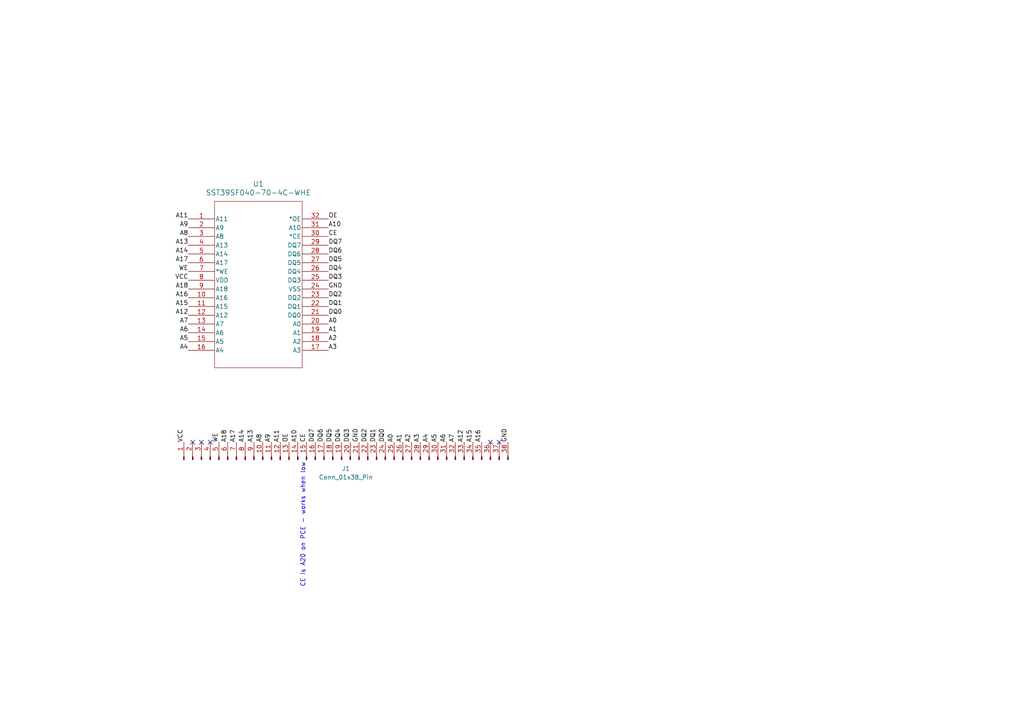
<source format=kicad_sch>
(kicad_sch (version 20231120) (generator "eeschema") (generator_version "8.0")
  (paper "A4")
  (lib_symbols
    (symbol "Connector:Conn_01x38_Pin" (pin_names (offset 1.016) hide)
      (property "Reference" "J" (at 0 48.26 0))
      (property "Value" "Conn_01x38_Pin" (at 0 -50.8 0))
      (symbol "Conn_01x38_Pin_1_1"
        (polyline (pts (xy 1.27 -48.26) (xy 0.8636 -48.26)) (stroke (width 0.1524)))
        (polyline (pts (xy 1.27 -45.72) (xy 0.8636 -45.72)) (stroke (width 0.1524)))
        (polyline (pts (xy 1.27 -43.18) (xy 0.8636 -43.18)) (stroke (width 0.1524)))
        (polyline (pts (xy 1.27 -40.64) (xy 0.8636 -40.64)) (stroke (width 0.1524)))
        (polyline (pts (xy 1.27 -38.1) (xy 0.8636 -38.1)) (stroke (width 0.1524)))
        (polyline (pts (xy 1.27 -35.56) (xy 0.8636 -35.56)) (stroke (width 0.1524)))
        (polyline (pts (xy 1.27 -33.02) (xy 0.8636 -33.02)) (stroke (width 0.1524)))
        (polyline (pts (xy 1.27 -30.48) (xy 0.8636 -30.48)) (stroke (width 0.1524)))
        (polyline (pts (xy 1.27 -27.94) (xy 0.8636 -27.94)) (stroke (width 0.1524)))
        (polyline (pts (xy 1.27 -25.4) (xy 0.8636 -25.4)) (stroke (width 0.1524)))
        (polyline (pts (xy 1.27 -22.86) (xy 0.8636 -22.86)) (stroke (width 0.1524)))
        (polyline (pts (xy 1.27 -20.32) (xy 0.8636 -20.32)) (stroke (width 0.1524)))
        (polyline (pts (xy 1.27 -17.78) (xy 0.8636 -17.78)) (stroke (width 0.1524)))
        (polyline (pts (xy 1.27 -15.24) (xy 0.8636 -15.24)) (stroke (width 0.1524)))
        (polyline (pts (xy 1.27 -12.7) (xy 0.8636 -12.7)) (stroke (width 0.1524)))
        (polyline (pts (xy 1.27 -10.16) (xy 0.8636 -10.16)) (stroke (width 0.1524)))
        (polyline (pts (xy 1.27 -7.62) (xy 0.8636 -7.62)) (stroke (width 0.1524)))
        (polyline (pts (xy 1.27 -5.08) (xy 0.8636 -5.08)) (stroke (width 0.1524)))
        (polyline (pts (xy 1.27 -2.54) (xy 0.8636 -2.54)) (stroke (width 0.1524)))
        (polyline (pts (xy 1.27 0) (xy 0.8636 0)) (stroke (width 0.1524)))
        (polyline (pts (xy 1.27 2.54) (xy 0.8636 2.54)) (stroke (width 0.1524)))
        (polyline (pts (xy 1.27 5.08) (xy 0.8636 5.08)) (stroke (width 0.1524)))
        (polyline (pts (xy 1.27 7.62) (xy 0.8636 7.62)) (stroke (width 0.1524)))
        (polyline (pts (xy 1.27 10.16) (xy 0.8636 10.16)) (stroke (width 0.1524)))
        (polyline (pts (xy 1.27 12.7) (xy 0.8636 12.7)) (stroke (width 0.1524)))
        (polyline (pts (xy 1.27 15.24) (xy 0.8636 15.24)) (stroke (width 0.1524)))
        (polyline (pts (xy 1.27 17.78) (xy 0.8636 17.78)) (stroke (width 0.1524)))
        (polyline (pts (xy 1.27 20.32) (xy 0.8636 20.32)) (stroke (width 0.1524)))
        (polyline (pts (xy 1.27 22.86) (xy 0.8636 22.86)) (stroke (width 0.1524)))
        (polyline (pts (xy 1.27 25.4) (xy 0.8636 25.4)) (stroke (width 0.1524)))
        (polyline (pts (xy 1.27 27.94) (xy 0.8636 27.94)) (stroke (width 0.1524)))
        (polyline (pts (xy 1.27 30.48) (xy 0.8636 30.48)) (stroke (width 0.1524)))
        (polyline (pts (xy 1.27 33.02) (xy 0.8636 33.02)) (stroke (width 0.1524)))
        (polyline (pts (xy 1.27 35.56) (xy 0.8636 35.56)) (stroke (width 0.1524)))
        (polyline (pts (xy 1.27 38.1) (xy 0.8636 38.1)) (stroke (width 0.1524)))
        (polyline (pts (xy 1.27 40.64) (xy 0.8636 40.64)) (stroke (width 0.1524)))
        (polyline (pts (xy 1.27 43.18) (xy 0.8636 43.18)) (stroke (width 0.1524)))
        (polyline (pts (xy 1.27 45.72) (xy 0.8636 45.72)) (stroke (width 0.1524)))
        (rectangle (start 0.8636 -48.133) (end 0 -48.387) (stroke (width 0.1524)) (fill (type outline)))
        (rectangle (start 0.8636 -45.593) (end 0 -45.847) (stroke (width 0.1524)) (fill (type outline)))
        (rectangle (start 0.8636 -43.053) (end 0 -43.307) (stroke (width 0.1524)) (fill (type outline)))
        (rectangle (start 0.8636 -40.513) (end 0 -40.767) (stroke (width 0.1524)) (fill (type outline)))
        (rectangle (start 0.8636 -37.973) (end 0 -38.227) (stroke (width 0.1524)) (fill (type outline)))
        (rectangle (start 0.8636 -35.433) (end 0 -35.687) (stroke (width 0.1524)) (fill (type outline)))
        (rectangle (start 0.8636 -32.893) (end 0 -33.147) (stroke (width 0.1524)) (fill (type outline)))
        (rectangle (start 0.8636 -30.353) (end 0 -30.607) (stroke (width 0.1524)) (fill (type outline)))
        (rectangle (start 0.8636 -27.813) (end 0 -28.067) (stroke (width 0.1524)) (fill (type outline)))
        (rectangle (start 0.8636 -25.273) (end 0 -25.527) (stroke (width 0.1524)) (fill (type outline)))
        (rectangle (start 0.8636 -22.733) (end 0 -22.987) (stroke (width 0.1524)) (fill (type outline)))
        (rectangle (start 0.8636 -20.193) (end 0 -20.447) (stroke (width 0.1524)) (fill (type outline)))
        (rectangle (start 0.8636 -17.653) (end 0 -17.907) (stroke (width 0.1524)) (fill (type outline)))
        (rectangle (start 0.8636 -15.113) (end 0 -15.367) (stroke (width 0.1524)) (fill (type outline)))
        (rectangle (start 0.8636 -12.573) (end 0 -12.827) (stroke (width 0.1524)) (fill (type outline)))
        (rectangle (start 0.8636 -10.033) (end 0 -10.287) (stroke (width 0.1524)) (fill (type outline)))
        (rectangle (start 0.8636 -7.493) (end 0 -7.747) (stroke (width 0.1524)) (fill (type outline)))
        (rectangle (start 0.8636 -4.953) (end 0 -5.207) (stroke (width 0.1524)) (fill (type outline)))
        (rectangle (start 0.8636 -2.413) (end 0 -2.667) (stroke (width 0.1524)) (fill (type outline)))
        (rectangle (start 0.8636 0.127) (end 0 -0.127) (stroke (width 0.1524)) (fill (type outline)))
        (rectangle (start 0.8636 2.667) (end 0 2.413) (stroke (width 0.1524)) (fill (type outline)))
        (rectangle (start 0.8636 5.207) (end 0 4.953) (stroke (width 0.1524)) (fill (type outline)))
        (rectangle (start 0.8636 7.747) (end 0 7.493) (stroke (width 0.1524)) (fill (type outline)))
        (rectangle (start 0.8636 10.287) (end 0 10.033) (stroke (width 0.1524)) (fill (type outline)))
        (rectangle (start 0.8636 12.827) (end 0 12.573) (stroke (width 0.1524)) (fill (type outline)))
        (rectangle (start 0.8636 15.367) (end 0 15.113) (stroke (width 0.1524)) (fill (type outline)))
        (rectangle (start 0.8636 17.907) (end 0 17.653) (stroke (width 0.1524)) (fill (type outline)))
        (rectangle (start 0.8636 20.447) (end 0 20.193) (stroke (width 0.1524)) (fill (type outline)))
        (rectangle (start 0.8636 22.987) (end 0 22.733) (stroke (width 0.1524)) (fill (type outline)))
        (rectangle (start 0.8636 25.527) (end 0 25.273) (stroke (width 0.1524)) (fill (type outline)))
        (rectangle (start 0.8636 28.067) (end 0 27.813) (stroke (width 0.1524)) (fill (type outline)))
        (rectangle (start 0.8636 30.607) (end 0 30.353) (stroke (width 0.1524)) (fill (type outline)))
        (rectangle (start 0.8636 33.147) (end 0 32.893) (stroke (width 0.1524)) (fill (type outline)))
        (rectangle (start 0.8636 35.687) (end 0 35.433) (stroke (width 0.1524)) (fill (type outline)))
        (rectangle (start 0.8636 38.227) (end 0 37.973) (stroke (width 0.1524)) (fill (type outline)))
        (rectangle (start 0.8636 40.767) (end 0 40.513) (stroke (width 0.1524)) (fill (type outline)))
        (rectangle (start 0.8636 43.307) (end 0 43.053) (stroke (width 0.1524)) (fill (type outline)))
        (rectangle (start 0.8636 45.847) (end 0 45.593) (stroke (width 0.1524)) (fill (type outline)))
        (pin passive line (at 5.08 45.72 180) (length 3.81) (name "Pin_1") (number "1"))
        (pin passive line (at 5.08 22.86 180) (length 3.81) (name "Pin_10") (number "10"))
        (pin passive line (at 5.08 20.32 180) (length 3.81) (name "Pin_11") (number "11"))
        (pin passive line (at 5.08 17.78 180) (length 3.81) (name "Pin_12") (number "12"))
        (pin passive line (at 5.08 15.24 180) (length 3.81) (name "Pin_13") (number "13"))
        (pin passive line (at 5.08 12.7 180) (length 3.81) (name "Pin_14") (number "14"))
        (pin passive line (at 5.08 10.16 180) (length 3.81) (name "Pin_15") (number "15"))
        (pin passive line (at 5.08 7.62 180) (length 3.81) (name "Pin_16") (number "16"))
        (pin passive line (at 5.08 5.08 180) (length 3.81) (name "Pin_17") (number "17"))
        (pin passive line (at 5.08 2.54 180) (length 3.81) (name "Pin_18") (number "18"))
        (pin passive line (at 5.08 0 180) (length 3.81) (name "Pin_19") (number "19"))
        (pin passive line (at 5.08 43.18 180) (length 3.81) (name "Pin_2") (number "2"))
        (pin passive line (at 5.08 -2.54 180) (length 3.81) (name "Pin_20") (number "20"))
        (pin passive line (at 5.08 -5.08 180) (length 3.81) (name "Pin_21") (number "21"))
        (pin passive line (at 5.08 -7.62 180) (length 3.81) (name "Pin_22") (number "22"))
        (pin passive line (at 5.08 -10.16 180) (length 3.81) (name "Pin_23") (number "23"))
        (pin passive line (at 5.08 -12.7 180) (length 3.81) (name "Pin_24") (number "24"))
        (pin passive line (at 5.08 -15.24 180) (length 3.81) (name "Pin_25") (number "25"))
        (pin passive line (at 5.08 -17.78 180) (length 3.81) (name "Pin_26") (number "26"))
        (pin passive line (at 5.08 -20.32 180) (length 3.81) (name "Pin_27") (number "27"))
        (pin passive line (at 5.08 -22.86 180) (length 3.81) (name "Pin_28") (number "28"))
        (pin passive line (at 5.08 -25.4 180) (length 3.81) (name "Pin_29") (number "29"))
        (pin passive line (at 5.08 40.64 180) (length 3.81) (name "Pin_3") (number "3"))
        (pin passive line (at 5.08 -27.94 180) (length 3.81) (name "Pin_30") (number "30"))
        (pin passive line (at 5.08 -30.48 180) (length 3.81) (name "Pin_31") (number "31"))
        (pin passive line (at 5.08 -33.02 180) (length 3.81) (name "Pin_32") (number "32"))
        (pin passive line (at 5.08 -35.56 180) (length 3.81) (name "Pin_33") (number "33"))
        (pin passive line (at 5.08 -38.1 180) (length 3.81) (name "Pin_34") (number "34"))
        (pin passive line (at 5.08 -40.64 180) (length 3.81) (name "Pin_35") (number "35"))
        (pin passive line (at 5.08 -43.18 180) (length 3.81) (name "Pin_36") (number "36"))
        (pin passive line (at 5.08 -45.72 180) (length 3.81) (name "Pin_37") (number "37"))
        (pin passive line (at 5.08 -48.26 180) (length 3.81) (name "Pin_38") (number "38"))
        (pin passive line (at 5.08 38.1 180) (length 3.81) (name "Pin_4") (number "4"))
        (pin passive line (at 5.08 35.56 180) (length 3.81) (name "Pin_5") (number "5"))
        (pin passive line (at 5.08 33.02 180) (length 3.81) (name "Pin_6") (number "6"))
        (pin passive line (at 5.08 30.48 180) (length 3.81) (name "Pin_7") (number "7"))
        (pin passive line (at 5.08 27.94 180) (length 3.81) (name "Pin_8") (number "8"))
        (pin passive line (at 5.08 25.4 180) (length 3.81) (name "Pin_9") (number "9"))
      )
    )
    (symbol "HUC_SST:SST39SF040-70-4C-WHE" (pin_names (offset 0.254))
      (property "Reference" "U" (at 20.32 10.16 0))
      (property "Value" "SST39SF040-70-4C-WHE" (at 20.32 7.62 0))
      (symbol "SST39SF040-70-4C-WHE_1_1"
        (polyline (pts (xy 7.62 -43.18) (xy 33.02 -43.18)) (stroke (width 0.127)))
        (polyline (pts (xy 7.62 5.08) (xy 7.62 -43.18)) (stroke (width 0.127)))
        (polyline (pts (xy 33.02 -43.18) (xy 33.02 5.08)) (stroke (width 0.127)))
        (polyline (pts (xy 33.02 5.08) (xy 7.62 5.08)) (stroke (width 0.127)))
        (pin input line (at 0 0 0) (length 7.62) (name "A11") (number "1"))
        (pin input line (at 0 -22.86 0) (length 7.62) (name "A16") (number "10"))
        (pin input line (at 0 -25.4 0) (length 7.62) (name "A15") (number "11"))
        (pin input line (at 0 -27.94 0) (length 7.62) (name "A12") (number "12"))
        (pin input line (at 0 -30.48 0) (length 7.62) (name "A7") (number "13"))
        (pin input line (at 0 -33.02 0) (length 7.62) (name "A6") (number "14"))
        (pin input line (at 0 -35.56 0) (length 7.62) (name "A5") (number "15"))
        (pin input line (at 0 -38.1 0) (length 7.62) (name "A4") (number "16"))
        (pin input line (at 40.64 -38.1 180) (length 7.62) (name "A3") (number "17"))
        (pin input line (at 40.64 -35.56 180) (length 7.62) (name "A2") (number "18"))
        (pin input line (at 40.64 -33.02 180) (length 7.62) (name "A1") (number "19"))
        (pin input line (at 0 -2.54 0) (length 7.62) (name "A9") (number "2"))
        (pin input line (at 40.64 -30.48 180) (length 7.62) (name "A0") (number "20"))
        (pin bidirectional line (at 40.64 -27.94 180) (length 7.62) (name "DQ0") (number "21"))
        (pin bidirectional line (at 40.64 -25.4 180) (length 7.62) (name "DQ1") (number "22"))
        (pin bidirectional line (at 40.64 -22.86 180) (length 7.62) (name "DQ2") (number "23"))
        (pin power_in line (at 40.64 -20.32 180) (length 7.62) (name "VSS") (number "24"))
        (pin bidirectional line (at 40.64 -17.78 180) (length 7.62) (name "DQ3") (number "25"))
        (pin bidirectional line (at 40.64 -15.24 180) (length 7.62) (name "DQ4") (number "26"))
        (pin bidirectional line (at 40.64 -12.7 180) (length 7.62) (name "DQ5") (number "27"))
        (pin bidirectional line (at 40.64 -10.16 180) (length 7.62) (name "DQ6") (number "28"))
        (pin bidirectional line (at 40.64 -7.62 180) (length 7.62) (name "DQ7") (number "29"))
        (pin input line (at 0 -5.08 0) (length 7.62) (name "A8") (number "3"))
        (pin unspecified line (at 40.64 -5.08 180) (length 7.62) (name "*CE") (number "30"))
        (pin input line (at 40.64 -2.54 180) (length 7.62) (name "A10") (number "31"))
        (pin output line (at 40.64 0 180) (length 7.62) (name "*OE") (number "32"))
        (pin input line (at 0 -7.62 0) (length 7.62) (name "A13") (number "4"))
        (pin input line (at 0 -10.16 0) (length 7.62) (name "A14") (number "5"))
        (pin input line (at 0 -12.7 0) (length 7.62) (name "A17") (number "6"))
        (pin unspecified line (at 0 -15.24 0) (length 7.62) (name "*WE") (number "7"))
        (pin power_in line (at 0 -17.78 0) (length 7.62) (name "VDD") (number "8"))
        (pin input line (at 0 -20.32 0) (length 7.62) (name "A18") (number "9"))
      )
    )
  )
  (no_connect (at 144.78 128.27))
  (no_connect (at 58.42 128.27))
  (no_connect (at 60.96 128.27))
  (no_connect (at 55.88 128.27))
  (no_connect (at 142.24 128.27))
  (text "CE is A20 on PCE - works when low" (at 87.884 134.112 90) (effects (font (size 1.27 1.27)) (justify right)))
  (label "DQ1" (at 95.25 88.9 0))
  (label "A7" (at 54.61 93.98 180))
  (label "DQ0" (at 111.76 128.27 90))
  (label "DQ7" (at 91.44 128.27 90))
  (label "A8" (at 54.61 68.58 180))
  (label "A10" (at 95.25 66.04 0))
  (label "OE" (at 83.82 128.27 90))
  (label "DQ6" (at 93.98 128.27 90))
  (label "A12" (at 54.61 91.44 180))
  (label "CE" (at 88.9 128.27 90))
  (label "DQ3" (at 101.6 128.27 90))
  (label "A3" (at 121.92 128.27 90))
  (label "DQ6" (at 95.25 73.66 0))
  (label "A0" (at 95.25 93.98 0))
  (label "A6" (at 129.54 128.27 90))
  (label "A16" (at 139.7 128.27 90))
  (label "DQ2" (at 95.25 86.36 0))
  (label "A18" (at 54.61 83.82 180))
  (label "DQ7" (at 95.25 71.12 0))
  (label "A17" (at 54.61 76.2 180))
  (label "A14" (at 54.61 73.66 180))
  (label "CE" (at 95.25 68.58 0))
  (label "A1" (at 95.25 96.52 0))
  (label "DQ4" (at 95.25 78.74 0))
  (label "A11" (at 81.28 128.27 90))
  (label "A9" (at 54.61 66.04 180))
  (label "A1" (at 116.84 128.27 90))
  (label "A11" (at 54.61 63.5 180))
  (label "A8" (at 76.2 128.27 90))
  (label "A15" (at 137.16 128.27 90))
  (label "OE" (at 95.25 63.5 0))
  (label "A13" (at 73.66 128.27 90))
  (label "A4" (at 124.46 128.27 90))
  (label "DQ0" (at 95.25 91.44 0))
  (label "DQ1" (at 109.22 128.27 90))
  (label "GND" (at 104.14 128.27 90))
  (label "A12" (at 134.62 128.27 90))
  (label "A7" (at 132.08 128.27 90))
  (label "A2" (at 119.38 128.27 90))
  (label "VCC" (at 53.34 128.27 90))
  (label "A5" (at 127 128.27 90))
  (label "DQ5" (at 96.52 128.27 90))
  (label "VCC" (at 54.61 81.28 180))
  (label "A2" (at 95.25 99.06 0))
  (label "A14" (at 71.12 128.27 90))
  (label "A3" (at 95.25 101.6 0))
  (label "A10" (at 86.36 128.27 90))
  (label "WE" (at 63.5 128.27 90))
  (label "DQ3" (at 95.25 81.28 0))
  (label "A9" (at 78.74 128.27 90))
  (label "GND" (at 147.32 128.27 90))
  (label "DQ5" (at 95.25 76.2 0))
  (label "A6" (at 54.61 96.52 180))
  (label "A17" (at 68.58 128.27 90))
  (label "A15" (at 54.61 88.9 180))
  (label "A0" (at 114.3 128.27 90))
  (label "WE" (at 54.61 78.74 180))
  (label "A18" (at 66.04 128.27 90))
  (label "A4" (at 54.61 101.6 180))
  (label "A16" (at 54.61 86.36 180))
  (label "A13" (at 54.61 71.12 180))
  (label "A5" (at 54.61 99.06 180))
  (label "DQ4" (at 99.06 128.27 90))
  (label "GND" (at 95.25 83.82 0))
  (label "DQ2" (at 106.68 128.27 90))
  (symbol (lib_id "HUC_SST:SST39SF040-70-4C-WHE") (at 54.61 63.5 0) (unit 1)
    (property "Reference" "U1" (at 74.93 53.34 0) (effects (font (size 1.524 1.524))))
    (property "Value" "SST39SF040-70-4C-WHE" (at 74.93 55.88 0) (effects (font (size 1.524 1.524))))
    (property "Footprint" "TSOP32_WH_SST_MCH" (effects (hide yes)))
    (property "Datasheet" "SST39SF040-70-4C-WHE" (effects (hide yes)))
  )
  (symbol (lib_id "Connector:Conn_01x38_Pin") (at 99.06 133.35 90) (unit 1)
    (property "Reference" "J1" (at 100.33 135.89 90))
    (property "Value" "Conn_01x38_Pin" (at 100.33 138.43 90))
    (property "Footprint" "HUC_SST:HuCard_Edge" (effects (hide yes)))
    (property "Description" "Generic connector, single row, 01x38, script generated" (effects (hide yes)))
  )
)
</source>
